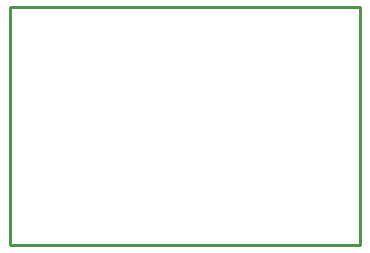
<source format=gko>
%FSLAX25Y25*%
%MOIN*%
G70*
G01*
G75*
G04 Layer_Color=16711935*
%ADD10R,0.05709X0.03500*%
%ADD11R,0.03150X0.05000*%
%ADD12R,0.03937X0.06102*%
%ADD13R,0.03150X0.05512*%
%ADD14R,0.05118X0.05906*%
%ADD15R,0.04318X0.05906*%
%ADD16R,0.02756X0.06890*%
%ADD17R,0.06890X0.05512*%
%ADD18C,0.02500*%
%ADD19C,0.03000*%
%ADD20C,0.02700*%
%ADD21R,0.10000X0.05000*%
%ADD22C,0.07087*%
%ADD23C,0.01000*%
%ADD24C,0.00787*%
%ADD25C,0.00500*%
%ADD26R,0.33465X0.07874*%
%ADD27R,0.09843X0.07874*%
%ADD28R,0.06509X0.04300*%
%ADD29R,0.03950X0.05800*%
%ADD30R,0.04737X0.06902*%
%ADD31R,0.03950X0.06312*%
%ADD32R,0.05918X0.06706*%
%ADD33R,0.05118X0.06706*%
%ADD34R,0.03556X0.07690*%
%ADD35R,0.07690X0.06312*%
%ADD36R,0.10800X0.05800*%
%ADD37C,0.07887*%
D23*
X283500Y320500D02*
Y400000D01*
X400000D01*
Y320500D02*
Y400000D01*
X283500Y320500D02*
X400000D01*
M02*

</source>
